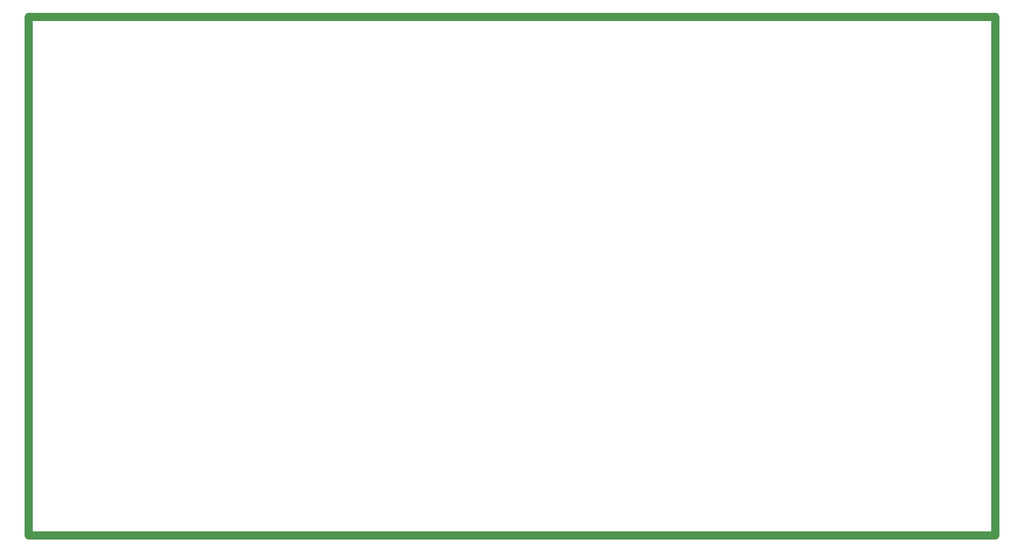
<source format=gm1>
G04 Layer_Color=16711935*
%FSLAX44Y44*%
%MOMM*%
G71*
G01*
G75*
%ADD49C,1.2000*%
D49*
X261000Y442000D02*
X261000Y1193000D01*
X1661000Y1193000D01*
X1661000Y442000D02*
X1661000Y1193000D01*
X261000Y442000D02*
X1661000Y442000D01*
X261000Y442000D02*
X261000Y1193000D01*
X1661000Y1193000D01*
X1661000Y442000D02*
X1661000Y1193000D01*
X261000Y442000D02*
X1661000Y442000D01*
M02*

</source>
